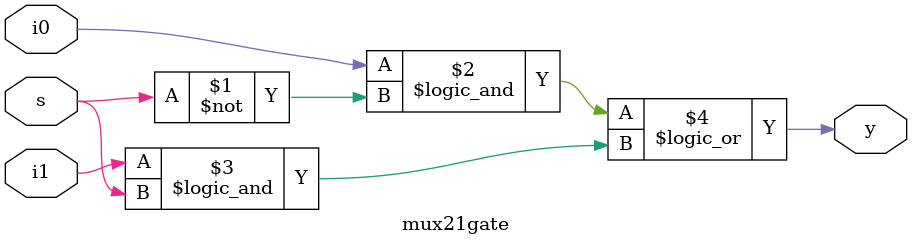
<source format=v>
module mux21gate(i0,i1,s,y);
input i0,i1,s;
output y;
assign y=(i0 && (~s)) || (i1 && s);
//we can also use bitwise operators here or the conditional operator
endmodule

</source>
